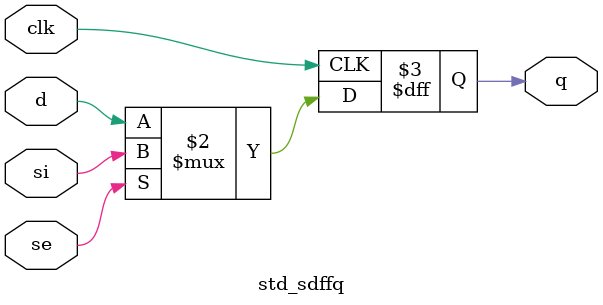
<source format=sv>

module std_sdffq #(parameter DW = 1) // array width
(
	input [DW-1:0] 	d,
	input [DW-1:0] 	si,
	input [DW-1:0] 	se,
	input [DW-1:0] 	clk,
	output logic [DW-1:0] q
);

always_ff @(posedge clk) begin
	q <= se ? si : d;
end

endmodule

</source>
